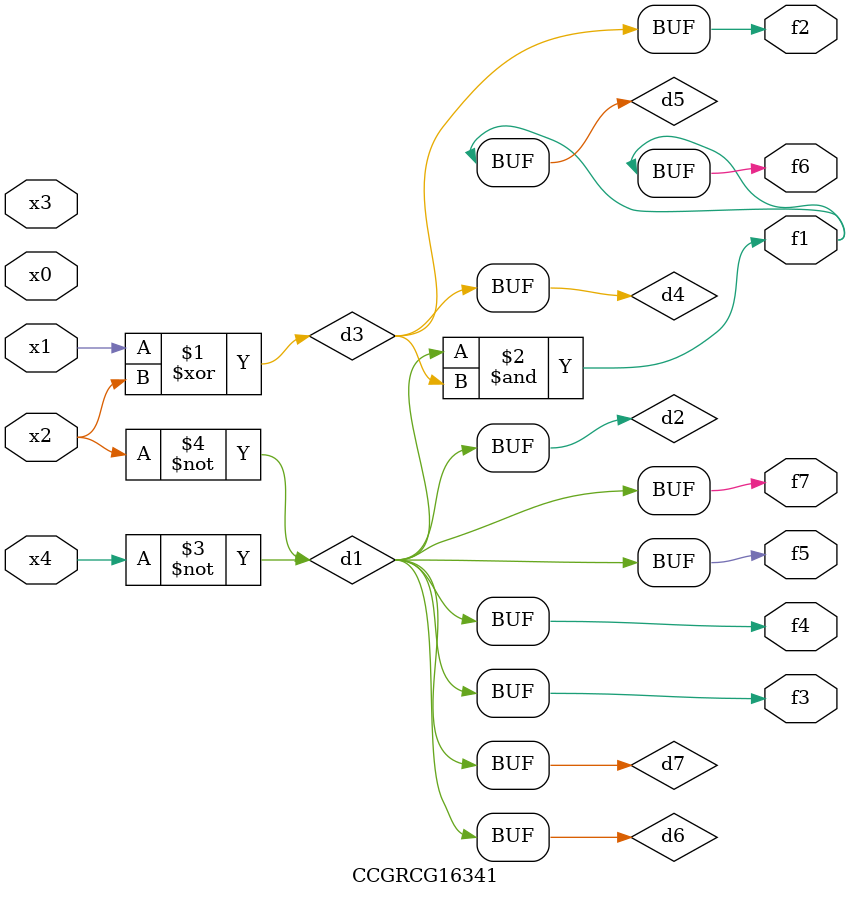
<source format=v>
module CCGRCG16341(
	input x0, x1, x2, x3, x4,
	output f1, f2, f3, f4, f5, f6, f7
);

	wire d1, d2, d3, d4, d5, d6, d7;

	not (d1, x4);
	not (d2, x2);
	xor (d3, x1, x2);
	buf (d4, d3);
	and (d5, d1, d3);
	buf (d6, d1, d2);
	buf (d7, d2);
	assign f1 = d5;
	assign f2 = d4;
	assign f3 = d7;
	assign f4 = d7;
	assign f5 = d7;
	assign f6 = d5;
	assign f7 = d7;
endmodule

</source>
